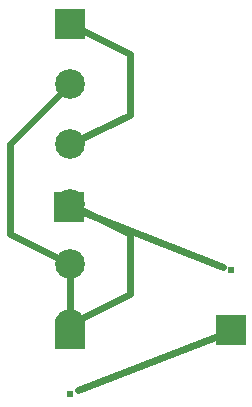
<source format=gtl>
G04 MADE WITH FRITZING*
G04 WWW.FRITZING.ORG*
G04 DOUBLE SIDED*
G04 HOLES PLATED*
G04 CONTOUR ON CENTER OF CONTOUR VECTOR*
%ASAXBY*%
%FSLAX23Y23*%
%MOIN*%
%OFA0B0*%
%SFA1.0B1.0*%
%ADD10C,0.099055*%
%ADD11R,0.099055X0.099055*%
%ADD12C,0.024000*%
%LNCOPPER1*%
G90*
G70*
G54D10*
<<<<<<< HEAD
X320Y1369D03*
X320Y1169D03*
X320Y969D03*
X320Y769D03*
X320Y569D03*
X320Y369D03*
G54D11*
X320Y1369D03*
G54D12*
X520Y1067D02*
X520Y1270D01*
D02*
X520Y1270D02*
X347Y1356D01*
D02*
X347Y982D02*
X520Y1067D01*
D02*
X119Y670D02*
X119Y968D01*
D02*
X119Y968D02*
X299Y1149D01*
D02*
X294Y583D02*
X119Y670D01*
D02*
X520Y670D02*
X520Y468D01*
D02*
X520Y468D02*
X347Y382D01*
D02*
X347Y756D02*
X520Y670D01*
=======
X318Y759D03*
X318Y559D03*
X858Y348D03*
X858Y548D03*
X320Y337D03*
X320Y137D03*
G54D11*
X318Y759D03*
X858Y348D03*
X320Y337D03*
G54D12*
X346Y748D02*
X830Y559D01*
D02*
X320Y367D02*
X319Y529D01*
D02*
X830Y337D02*
X347Y148D01*
>>>>>>> 652a290e6792c839e163a5ccaaf629e452f53e06
G04 End of Copper1*
M02*
</source>
